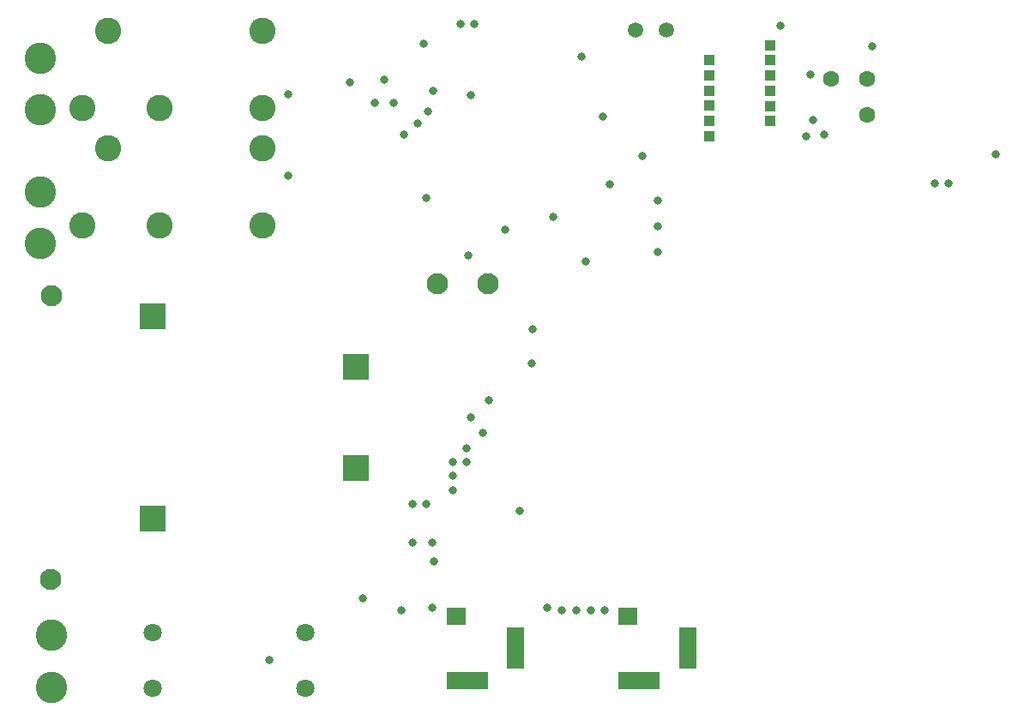
<source format=gbs>
G04*
G04 #@! TF.GenerationSoftware,Altium Limited,Altium Designer,21.7.1 (17)*
G04*
G04 Layer_Color=16711935*
%FSLAX25Y25*%
%MOIN*%
G70*
G04*
G04 #@! TF.SameCoordinates,E541626C-5F42-4904-A579-91A45D143E40*
G04*
G04*
G04 #@! TF.FilePolarity,Negative*
G04*
G01*
G75*
%ADD104R,0.06693X0.16142*%
%ADD105R,0.16142X0.06693*%
%ADD106R,0.07480X0.06693*%
%ADD107C,0.07087*%
%ADD108C,0.06299*%
%ADD109C,0.12205*%
%ADD110C,0.08268*%
%ADD111R,0.04331X0.04331*%
%ADD112C,0.05906*%
%ADD113C,0.10236*%
%ADD114R,0.10236X0.10236*%
%ADD115C,0.03162*%
D104*
X203862Y36244D02*
D03*
X270791D02*
D03*
D105*
X185039Y23622D02*
D03*
X251969D02*
D03*
D106*
X180693Y48465D02*
D03*
X247622D02*
D03*
D107*
X122047Y42323D02*
D03*
Y20669D02*
D03*
X62992D02*
D03*
Y42323D02*
D03*
D108*
X326403Y257613D02*
D03*
X340545Y243471D02*
D03*
Y257613D02*
D03*
D109*
X23622Y41142D02*
D03*
Y21063D02*
D03*
X19094Y265748D02*
D03*
Y245669D02*
D03*
Y213779D02*
D03*
Y193701D02*
D03*
D110*
X23228Y62992D02*
D03*
X23622Y173228D02*
D03*
X173425Y177953D02*
D03*
X193110D02*
D03*
D111*
X279200Y235400D02*
D03*
Y241305D02*
D03*
Y247211D02*
D03*
Y253116D02*
D03*
Y259022D02*
D03*
Y264928D02*
D03*
X303000Y270706D02*
D03*
Y264800D02*
D03*
Y258894D02*
D03*
Y252989D02*
D03*
Y247083D02*
D03*
Y241178D02*
D03*
D112*
X262468Y276712D02*
D03*
X250657D02*
D03*
D113*
X35433Y246457D02*
D03*
X65433D02*
D03*
X105433D02*
D03*
Y276457D02*
D03*
X45433D02*
D03*
X35472Y200748D02*
D03*
X65472D02*
D03*
X105472D02*
D03*
Y230748D02*
D03*
X45472D02*
D03*
D114*
X141732Y106299D02*
D03*
Y145669D02*
D03*
X62992Y86614D02*
D03*
Y165354D02*
D03*
D115*
X108019Y31496D02*
D03*
X172200Y69800D02*
D03*
X238000Y243000D02*
D03*
X210400Y160200D02*
D03*
X185000Y114000D02*
D03*
X390494Y228362D02*
D03*
X144400Y55600D02*
D03*
X186416Y125984D02*
D03*
X342400Y270400D02*
D03*
X185600Y188800D02*
D03*
X307000Y278400D02*
D03*
X316939Y235394D02*
D03*
X324000Y236000D02*
D03*
X139600Y256200D02*
D03*
X318400Y259200D02*
D03*
X367000Y216800D02*
D03*
X169200Y92400D02*
D03*
X163800D02*
D03*
X171400Y77200D02*
D03*
X164000Y77400D02*
D03*
X372200Y216800D02*
D03*
X319600Y241600D02*
D03*
X115400Y219800D02*
D03*
X179400Y97600D02*
D03*
Y103200D02*
D03*
Y108600D02*
D03*
X185000D02*
D03*
X238600Y51000D02*
D03*
X233067D02*
D03*
X229400Y266200D02*
D03*
X253200Y227600D02*
D03*
X170000Y244800D02*
D03*
X200000Y199000D02*
D03*
X171800Y253000D02*
D03*
X169200Y211200D02*
D03*
X222000Y51000D02*
D03*
X227533D02*
D03*
X216200Y52000D02*
D03*
X149200Y248400D02*
D03*
X182600Y279000D02*
D03*
X156600Y248400D02*
D03*
X187900Y279000D02*
D03*
X259200Y190400D02*
D03*
X166000Y240400D02*
D03*
X259200Y200400D02*
D03*
Y210400D02*
D03*
X186600Y251200D02*
D03*
X240600Y216600D02*
D03*
X231200Y186600D02*
D03*
X159600Y51000D02*
D03*
X171600Y52000D02*
D03*
X191200Y120000D02*
D03*
X210200Y146800D02*
D03*
X160600Y235800D02*
D03*
X218600Y204000D02*
D03*
X168200Y271400D02*
D03*
X205400Y89600D02*
D03*
X193600Y132600D02*
D03*
X115600Y251600D02*
D03*
X152900Y257345D02*
D03*
M02*

</source>
